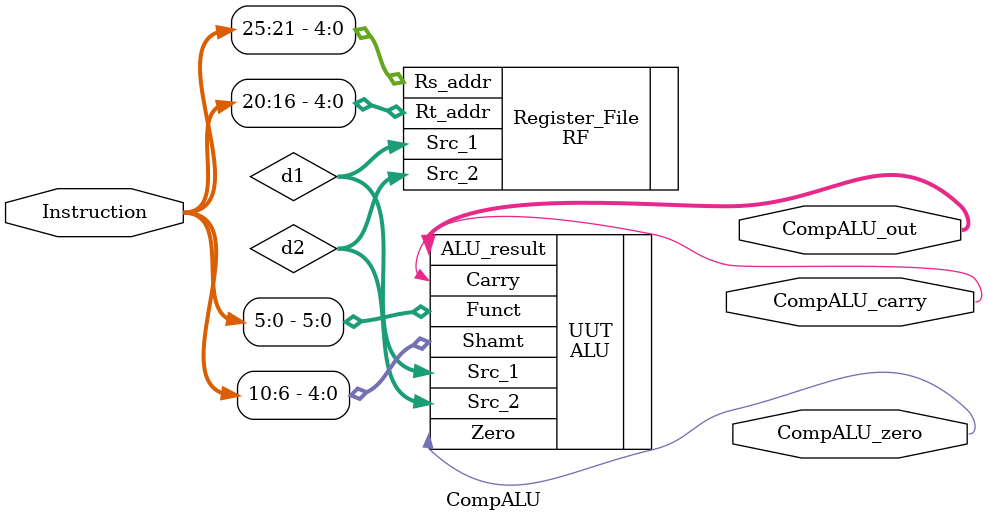
<source format=v>
/*
 *	Template for Homework 1
 *	Copyright (C) 2022  Chen Chia Yi or any person belong ESSLab.
 *	All Right Reserved.
 *
 *	This program is free software: you can redistribute it and/or modify
 *	it under the terms of the GNU General Public License as published by
 *	the Free Software Foundation, either version 3 of the License, or
 *	(at your option) any later version.
 *
 *	This program is distributed in the hope that it will be useful,
 *	but WITHOUT ANY WARRANTY; without even the implied warranty of
 *	MERCHANTABILITY or FITNESS FOR A PARTICULAR PURPOSE.  See the
 *	GNU General Public License for more details.
 *
 *	You should have received a copy of the GNU General Public License
 *	along with this program.  If not, see <https://www.gnu.org/licenses/>.
 *
 *	This file is for people who have taken the cource (1102 Computer
 *	Organizarion) to use.
 *	We (ESSLab) are not responsible for any illegal use.
 *
 */

/*
 * Declaration of top entry for this project.
 * CAUTION: DONT MODIFY THE NAME AND I/O DECLARATION.
 */
module CompALU(
	//	Inputs
	input [31:0] Instruction,
	//	Outputs
	output [31:0] CompALU_out,
	output CompALU_zero,
	output CompALU_carry
	// Inputs
);
	wire [31:0] d1, d2;

	RF Register_File(
		// Inputs
		.Rs_addr(Instruction[25:21]),
		.Rt_addr(Instruction[20:16]),
		// Outputs
		.Src_1(d1),
		.Src_2(d2)
	);

	ALU UUT(
		// Inputs
		.Src_1(d1),
		.Src_2(d2),
		.Shamt(Instruction[10:6]),
		.Funct(Instruction[5:0]),
		// Outputs
		.ALU_result(CompALU_out),
		.Zero(CompALU_zero),
		.Carry(CompALU_carry)
	);
endmodule

</source>
